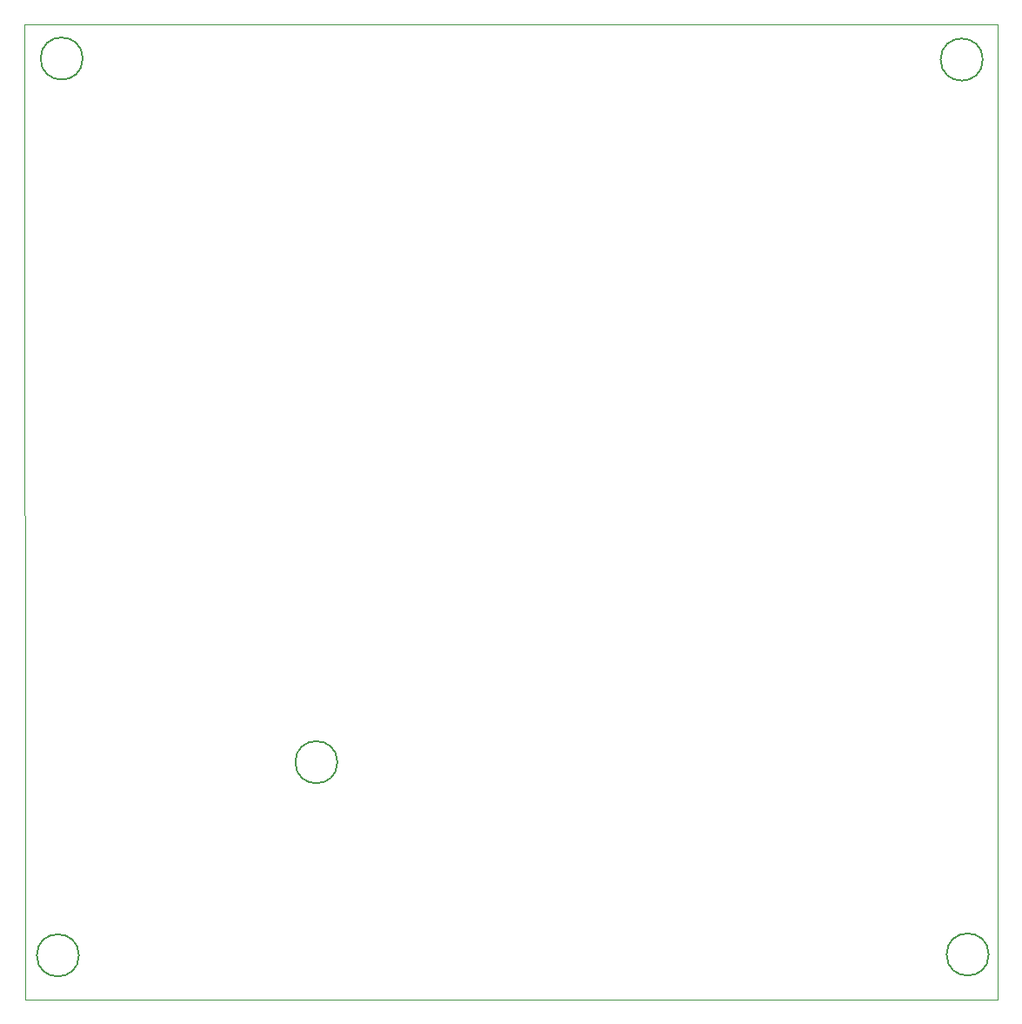
<source format=gbr>
%TF.GenerationSoftware,KiCad,Pcbnew,8.0.3*%
%TF.CreationDate,2024-12-02T19:38:21+10:00*%
%TF.ProjectId,a10 Power Distro PCB v1,61313020-506f-4776-9572-204469737472,rev?*%
%TF.SameCoordinates,Original*%
%TF.FileFunction,Profile,NP*%
%FSLAX46Y46*%
G04 Gerber Fmt 4.6, Leading zero omitted, Abs format (unit mm)*
G04 Created by KiCad (PCBNEW 8.0.3) date 2024-12-02 19:38:21*
%MOMM*%
%LPD*%
G01*
G04 APERTURE LIST*
%TA.AperFunction,Profile*%
%ADD10C,0.050000*%
%TD*%
%TA.AperFunction,Profile*%
%ADD11C,0.150000*%
%TD*%
G04 APERTURE END LIST*
D10*
X0Y0D02*
X94720000Y0D01*
D11*
X5283200Y-90576400D02*
G75*
G02*
X1183200Y-90576400I-2050000J0D01*
G01*
X1183200Y-90576400D02*
G75*
G02*
X5283200Y-90576400I2050000J0D01*
G01*
X93268800Y-3403600D02*
G75*
G02*
X89168800Y-3403600I-2050000J0D01*
G01*
X89168800Y-3403600D02*
G75*
G02*
X93268800Y-3403600I2050000J0D01*
G01*
X93845600Y-90492800D02*
G75*
G02*
X89745600Y-90492800I-2050000J0D01*
G01*
X89745600Y-90492800D02*
G75*
G02*
X93845600Y-90492800I2050000J0D01*
G01*
D10*
X94720000Y0D02*
X94730000Y-94860000D01*
D11*
X30447200Y-71780400D02*
G75*
G02*
X26347200Y-71780400I-2050000J0D01*
G01*
X26347200Y-71780400D02*
G75*
G02*
X30447200Y-71780400I2050000J0D01*
G01*
D10*
X0Y0D02*
X70000Y-94850000D01*
X70000Y-94850000D02*
X94730000Y-94860000D01*
D11*
X5656800Y-3302000D02*
G75*
G02*
X1556800Y-3302000I-2050000J0D01*
G01*
X1556800Y-3302000D02*
G75*
G02*
X5656800Y-3302000I2050000J0D01*
G01*
M02*

</source>
